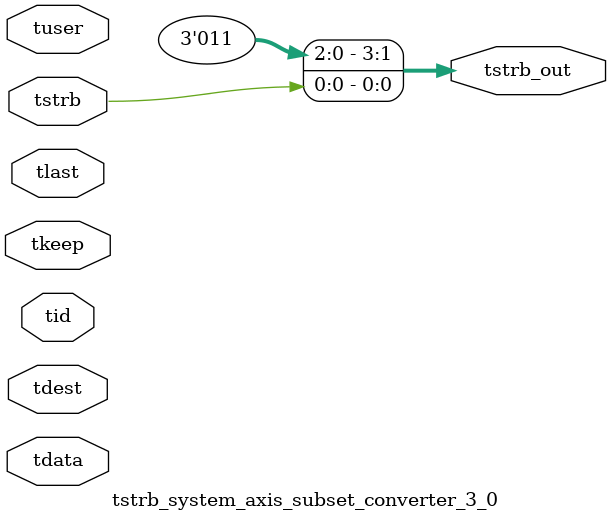
<source format=v>


`timescale 1ps/1ps

module tstrb_system_axis_subset_converter_3_0 #
(
parameter C_S_AXIS_TDATA_WIDTH = 32,
parameter C_S_AXIS_TUSER_WIDTH = 0,
parameter C_S_AXIS_TID_WIDTH   = 0,
parameter C_S_AXIS_TDEST_WIDTH = 0,
parameter C_M_AXIS_TDATA_WIDTH = 32
)
(
input  [(C_S_AXIS_TDATA_WIDTH == 0 ? 1 : C_S_AXIS_TDATA_WIDTH)-1:0     ] tdata,
input  [(C_S_AXIS_TUSER_WIDTH == 0 ? 1 : C_S_AXIS_TUSER_WIDTH)-1:0     ] tuser,
input  [(C_S_AXIS_TID_WIDTH   == 0 ? 1 : C_S_AXIS_TID_WIDTH)-1:0       ] tid,
input  [(C_S_AXIS_TDEST_WIDTH == 0 ? 1 : C_S_AXIS_TDEST_WIDTH)-1:0     ] tdest,
input  [(C_S_AXIS_TDATA_WIDTH/8)-1:0 ] tkeep,
input  [(C_S_AXIS_TDATA_WIDTH/8)-1:0 ] tstrb,
input                                                                    tlast,
output [(C_M_AXIS_TDATA_WIDTH/8)-1:0 ] tstrb_out
);

assign tstrb_out = {2'b11,tstrb[0:0]};

endmodule


</source>
